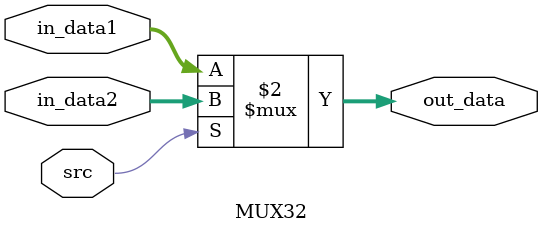
<source format=v>
`timescale 1ns / 1ps


module MUX32(
in_data1,in_data2,src,out_data,
    );
    input [31:0]in_data1,in_data2;
    input src;
    output [31:0]out_data;
    assign out_data=(src==0)?in_data1:in_data2;
endmodule

</source>
